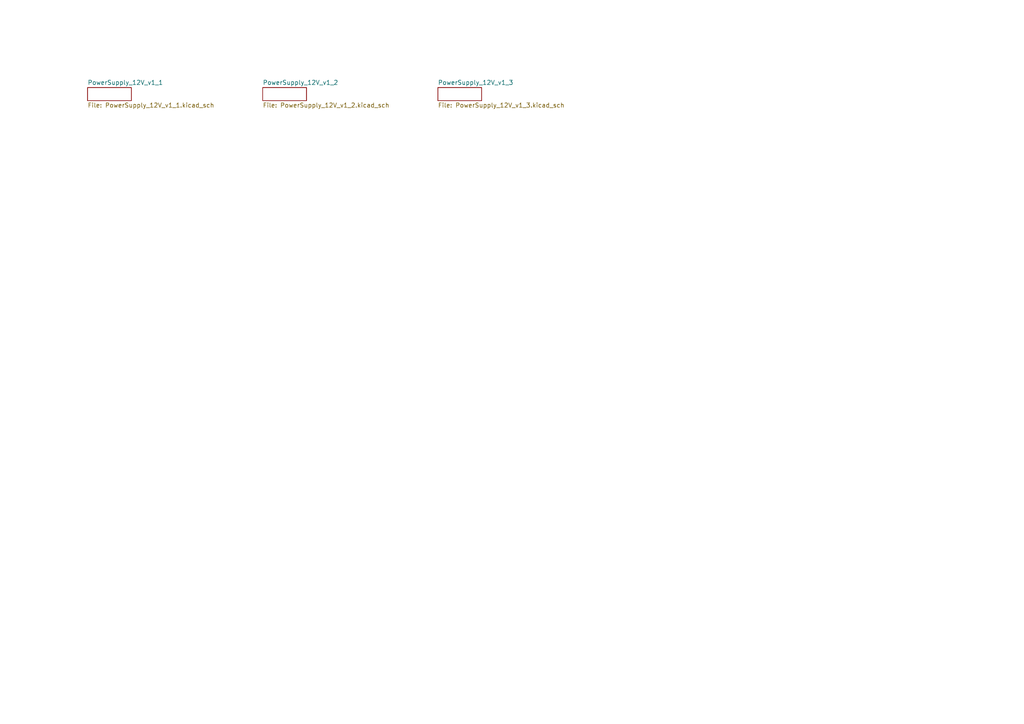
<source format=kicad_sch>
(kicad_sch
	(version 20250114)
	(generator "eeschema")
	(generator_version "9.0")
	(uuid "700d79c3-2cc5-41a4-8b59-1175e4612386")
	(paper "A4")
	(lib_symbols)
	(sheet
		(at 25.4 25.4)
		(size 12.7 3.81)
		(exclude_from_sim no)
		(in_bom yes)
		(on_board yes)
		(dnp no)
		(fields_autoplaced yes)
		(stroke
			(width 0)
			(type solid)
		)
		(fill
			(color 0 0 0 0.0000)
		)
		(uuid "c92d9576-5a7f-43f6-8814-8b66efe65ab1")
		(property "Sheetname" "PowerSupply_12V_v1_1"
			(at 25.4 24.6884 0)
			(effects
				(font
					(size 1.27 1.27)
				)
				(justify left bottom)
			)
		)
		(property "Sheetfile" "PowerSupply_12V_v1_1.kicad_sch"
			(at 25.4 29.7946 0)
			(effects
				(font
					(size 1.27 1.27)
				)
				(justify left top)
			)
		)
		(instances
			(project "PowerSupply_12V_v1"
				(path "/700d79c3-2cc5-41a4-8b59-1175e4612386"
					(page "1")
				)
			)
		)
	)
	(sheet
		(at 127 25.4)
		(size 12.7 3.81)
		(exclude_from_sim no)
		(in_bom yes)
		(on_board yes)
		(dnp no)
		(fields_autoplaced yes)
		(stroke
			(width 0)
			(type solid)
		)
		(fill
			(color 0 0 0 0.0000)
		)
		(uuid "d47d20bf-ba06-4340-9d0a-2ab653fed2fb")
		(property "Sheetname" "PowerSupply_12V_v1_3"
			(at 127 24.6884 0)
			(effects
				(font
					(size 1.27 1.27)
				)
				(justify left bottom)
			)
		)
		(property "Sheetfile" "PowerSupply_12V_v1_3.kicad_sch"
			(at 127 29.7946 0)
			(effects
				(font
					(size 1.27 1.27)
				)
				(justify left top)
			)
		)
		(instances
			(project "PowerSupply_12V_v1"
				(path "/700d79c3-2cc5-41a4-8b59-1175e4612386"
					(page "3")
				)
			)
		)
	)
	(sheet
		(at 76.2 25.4)
		(size 12.7 3.81)
		(exclude_from_sim no)
		(in_bom yes)
		(on_board yes)
		(dnp no)
		(fields_autoplaced yes)
		(stroke
			(width 0)
			(type solid)
		)
		(fill
			(color 0 0 0 0.0000)
		)
		(uuid "ef6f5013-d9c6-455b-b120-715f04cd630a")
		(property "Sheetname" "PowerSupply_12V_v1_2"
			(at 76.2 24.6884 0)
			(effects
				(font
					(size 1.27 1.27)
				)
				(justify left bottom)
			)
		)
		(property "Sheetfile" "PowerSupply_12V_v1_2.kicad_sch"
			(at 76.2 29.7946 0)
			(effects
				(font
					(size 1.27 1.27)
				)
				(justify left top)
			)
		)
		(instances
			(project "PowerSupply_12V_v1"
				(path "/700d79c3-2cc5-41a4-8b59-1175e4612386"
					(page "2")
				)
			)
		)
	)
	(sheet_instances
		(path "/"
			(page "1")
		)
	)
	(embedded_fonts no)
)

</source>
